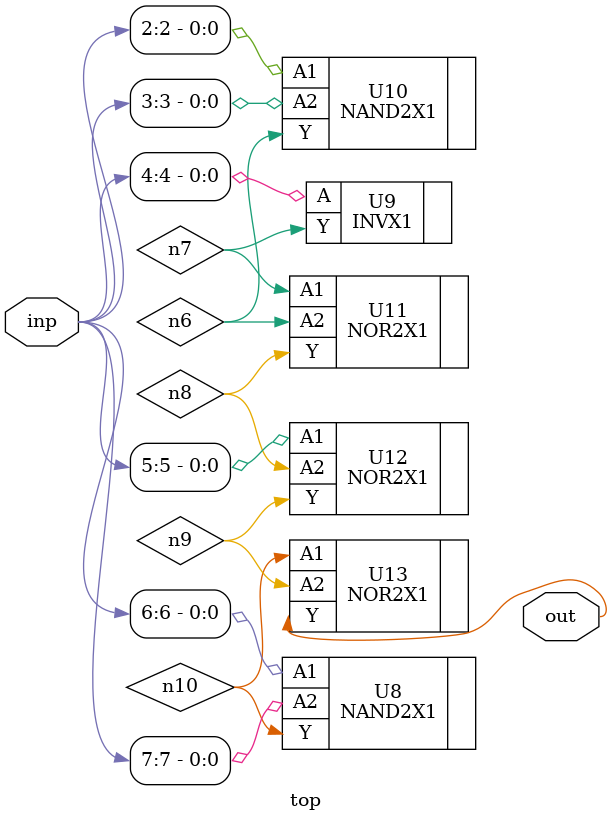
<source format=sv>


module top ( inp, out );
  input [7:0] inp;
  output out;
  wire   n6, n7, n8, n9, n10;

  NAND2X1 U8 ( .A1(inp[6]), .A2(inp[7]), .Y(n10) );
  INVX1 U9 ( .A(inp[4]), .Y(n7) );
  NAND2X1 U10 ( .A1(inp[2]), .A2(inp[3]), .Y(n6) );
  NOR2X1 U11 ( .A1(n7), .A2(n6), .Y(n8) );
  NOR2X1 U12 ( .A1(inp[5]), .A2(n8), .Y(n9) );
  NOR2X1 U13 ( .A1(n10), .A2(n9), .Y(out) );
endmodule


</source>
